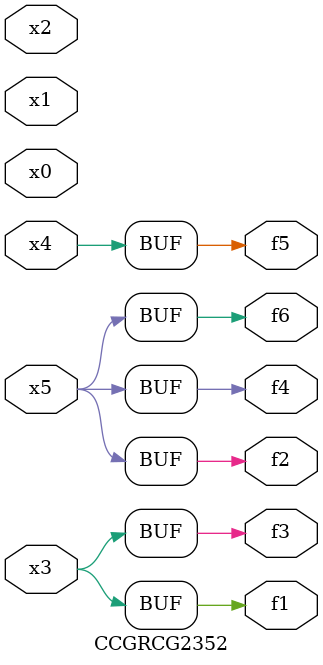
<source format=v>
module CCGRCG2352(
	input x0, x1, x2, x3, x4, x5,
	output f1, f2, f3, f4, f5, f6
);
	assign f1 = x3;
	assign f2 = x5;
	assign f3 = x3;
	assign f4 = x5;
	assign f5 = x4;
	assign f6 = x5;
endmodule

</source>
